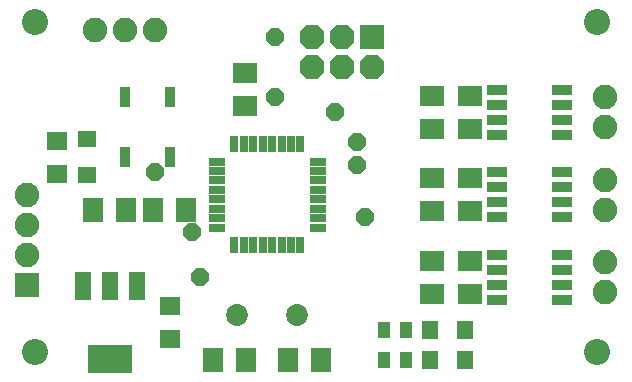
<source format=gts>
G75*
%MOIN*%
%OFA0B0*%
%FSLAX24Y24*%
%IPPOS*%
%LPD*%
%AMOC8*
5,1,8,0,0,1.08239X$1,22.5*
%
%ADD10C,0.0867*%
%ADD11R,0.0680X0.0320*%
%ADD12R,0.0300X0.0580*%
%ADD13R,0.0580X0.0300*%
%ADD14C,0.0820*%
%ADD15R,0.0710X0.0789*%
%ADD16R,0.0380X0.0680*%
%ADD17R,0.0820X0.0820*%
%ADD18OC8,0.0820*%
%ADD19R,0.0789X0.0710*%
%ADD20C,0.0730*%
%ADD21R,0.0631X0.0552*%
%ADD22R,0.0552X0.0631*%
%ADD23R,0.0395X0.0552*%
%ADD24R,0.0560X0.0960*%
%ADD25R,0.1497X0.0946*%
%ADD26R,0.0710X0.0631*%
%ADD27OC8,0.0600*%
D10*
X001753Y001600D03*
X001753Y012600D03*
X020503Y012600D03*
X020503Y001600D03*
D11*
X019333Y003350D03*
X019333Y003850D03*
X019333Y004350D03*
X019333Y004850D03*
X019333Y006100D03*
X019333Y006600D03*
X019333Y007100D03*
X019333Y007600D03*
X019333Y008850D03*
X019333Y009350D03*
X019333Y009850D03*
X019333Y010350D03*
X017173Y010350D03*
X017173Y009850D03*
X017173Y009350D03*
X017173Y008850D03*
X017173Y007600D03*
X017173Y007100D03*
X017173Y006600D03*
X017173Y006100D03*
X017173Y004850D03*
X017173Y004350D03*
X017173Y003850D03*
X017173Y003350D03*
D12*
X010606Y005160D03*
X010291Y005160D03*
X009976Y005160D03*
X009661Y005160D03*
X009346Y005160D03*
X009031Y005160D03*
X008716Y005160D03*
X008401Y005160D03*
X008401Y008540D03*
X008716Y008540D03*
X009031Y008540D03*
X009346Y008540D03*
X009661Y008540D03*
X009976Y008540D03*
X010291Y008540D03*
X010606Y008540D03*
D13*
X011193Y007952D03*
X011193Y007637D03*
X011193Y007322D03*
X011193Y007007D03*
X011193Y006693D03*
X011193Y006378D03*
X011193Y006063D03*
X011193Y005748D03*
X007813Y005748D03*
X007813Y006063D03*
X007813Y006378D03*
X007813Y006693D03*
X007813Y007007D03*
X007813Y007322D03*
X007813Y007637D03*
X007813Y007952D03*
D14*
X001503Y006850D03*
X001503Y005850D03*
X001503Y004850D03*
X003753Y012350D03*
X004753Y012350D03*
X005753Y012350D03*
X020753Y010100D03*
X020753Y009100D03*
X020753Y007350D03*
X020753Y006350D03*
X020753Y004600D03*
X020753Y003600D03*
D15*
X011304Y001350D03*
X010202Y001350D03*
X008804Y001350D03*
X007702Y001350D03*
X006804Y006350D03*
X005702Y006350D03*
X004804Y006350D03*
X003702Y006350D03*
D16*
X004753Y008100D03*
X006253Y008100D03*
X006253Y010100D03*
X004753Y010100D03*
D17*
X013003Y012100D03*
X001503Y003850D03*
D18*
X011003Y011100D03*
X012003Y011100D03*
X013003Y011100D03*
X012003Y012100D03*
X011003Y012100D03*
D19*
X008753Y010901D03*
X008753Y009799D03*
X015003Y010151D03*
X016253Y010151D03*
X016253Y009049D03*
X015003Y009049D03*
X015003Y007401D03*
X016253Y007401D03*
X016253Y006299D03*
X015003Y006299D03*
X015003Y004651D03*
X016253Y004651D03*
X016253Y003549D03*
X015003Y003549D03*
D20*
X010503Y002850D03*
X008503Y002850D03*
D21*
X003503Y007509D03*
X003503Y008691D03*
D22*
X014913Y002350D03*
X016094Y002350D03*
X016094Y001350D03*
X014913Y001350D03*
D23*
X014108Y001350D03*
X013399Y001350D03*
X013399Y002350D03*
X014108Y002350D03*
D24*
X005163Y003820D03*
X004253Y003820D03*
X003343Y003820D03*
D25*
X004253Y001380D03*
D26*
X006253Y002049D03*
X006253Y003151D03*
X002503Y007549D03*
X002503Y008651D03*
D27*
X005753Y007600D03*
X007003Y005600D03*
X007253Y004100D03*
X012753Y006100D03*
X012503Y007850D03*
X012503Y008600D03*
X011753Y009600D03*
X009753Y010100D03*
X009753Y012100D03*
M02*

</source>
